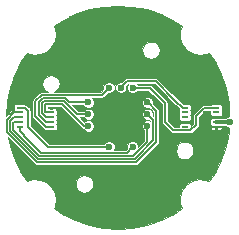
<source format=gtl>
G04 #@! TF.GenerationSoftware,KiCad,Pcbnew,5.0.2-bee76a0~70~ubuntu18.04.1*
G04 #@! TF.CreationDate,2019-08-12T15:33:48+02:00*
G04 #@! TF.ProjectId,upper_Sensor,75707065-725f-4536-956e-736f722e6b69,rev?*
G04 #@! TF.SameCoordinates,Original*
G04 #@! TF.FileFunction,Copper,L1,Top*
G04 #@! TF.FilePolarity,Positive*
%FSLAX46Y46*%
G04 Gerber Fmt 4.6, Leading zero omitted, Abs format (unit mm)*
G04 Created by KiCad (PCBNEW 5.0.2-bee76a0~70~ubuntu18.04.1) date Mo 12 Aug 2019 15:33:48 CEST*
%MOMM*%
%LPD*%
G01*
G04 APERTURE LIST*
G04 #@! TA.AperFunction,SMDPad,CuDef*
%ADD10R,0.630000X0.230000*%
G04 #@! TD*
G04 #@! TA.AperFunction,ViaPad*
%ADD11C,0.600000*%
G04 #@! TD*
G04 #@! TA.AperFunction,Conductor*
%ADD12C,0.130000*%
G04 #@! TD*
G04 #@! TA.AperFunction,Conductor*
%ADD13C,0.300000*%
G04 #@! TD*
G04 #@! TA.AperFunction,Conductor*
%ADD14C,0.100000*%
G04 #@! TD*
G04 APERTURE END LIST*
D10*
G04 #@! TO.P,J12,10*
G04 #@! TO.N,GNDD*
X104325000Y-79200000D03*
G04 #@! TO.P,J12,9*
G04 #@! TO.N,N/C*
X101675000Y-79200000D03*
G04 #@! TO.P,J12,8*
G04 #@! TO.N,REFFET1_D2*
X104325000Y-79600000D03*
G04 #@! TO.P,J12,7*
G04 #@! TO.N,ISFET1_D4*
X101675000Y-79600000D03*
G04 #@! TO.P,J12,6*
G04 #@! TO.N,REFFET1_D3*
X104325000Y-80000000D03*
G04 #@! TO.P,J12,5*
G04 #@! TO.N,ISFET1_D3*
X101675000Y-80000000D03*
G04 #@! TO.P,J12,4*
G04 #@! TO.N,REFFET1_D4*
X104325000Y-80400000D03*
G04 #@! TO.P,J12,3*
G04 #@! TO.N,ISFET1_D2*
X101675000Y-80400000D03*
G04 #@! TO.P,J12,2*
G04 #@! TO.N,N/C*
X104325000Y-80800000D03*
G04 #@! TO.P,J12,1*
G04 #@! TO.N,ISFET1_D1*
X101675000Y-80800000D03*
G04 #@! TD*
G04 #@! TO.P,J11,10*
G04 #@! TO.N,O2_ELEC1*
X118325000Y-79200000D03*
G04 #@! TO.P,J11,9*
G04 #@! TO.N,ELEC1*
X115675000Y-79200000D03*
G04 #@! TO.P,J11,8*
G04 #@! TO.N,Net-(J11-Pad8)*
X118325000Y-79600000D03*
G04 #@! TO.P,J11,7*
G04 #@! TO.N,Net-(J11-Pad7)*
X115675000Y-79600000D03*
G04 #@! TO.P,J11,6*
G04 #@! TO.N,GNDD*
X118325000Y-80000000D03*
G04 #@! TO.P,J11,5*
G04 #@! TO.N,Net-(J11-Pad5)*
X115675000Y-80000000D03*
G04 #@! TO.P,J11,4*
G04 #@! TO.N,RF_ANT*
X118325000Y-80400000D03*
G04 #@! TO.P,J11,3*
G04 #@! TO.N,GNDD*
X115675000Y-80400000D03*
G04 #@! TO.P,J11,2*
X118325000Y-80800000D03*
G04 #@! TO.P,J11,1*
G04 #@! TO.N,Net-(J11-Pad1)*
X115675000Y-80800000D03*
G04 #@! TD*
D11*
G04 #@! TO.N,*
X109250000Y-77500000D03*
X109250000Y-82500000D03*
G04 #@! TO.N,GNDD*
X110797475Y-89115181D03*
X111588881Y-89010990D03*
X112368194Y-88838220D03*
X113129484Y-88598186D03*
X114575000Y-87924131D03*
X113866957Y-88292715D03*
X117924130Y-84574999D03*
X118292714Y-83866956D03*
X118598185Y-83129483D03*
X118598183Y-76870516D03*
X118292712Y-76133044D03*
X117924128Y-75425001D03*
X118838217Y-77631806D03*
X119010987Y-78411119D03*
X114574998Y-72075871D03*
X112368193Y-71161782D03*
X111588880Y-70989012D03*
X113129483Y-71401816D03*
X113866955Y-71707287D03*
X110797474Y-70884822D03*
X108411119Y-70989014D03*
X107631806Y-71161784D03*
X109202524Y-70884823D03*
X109999999Y-70850004D03*
X106870516Y-71401818D03*
X105425002Y-72075873D03*
X106133044Y-71707289D03*
X102075872Y-75425003D03*
X101707288Y-76133046D03*
X102075875Y-84574997D03*
X101401820Y-83129483D03*
X101707291Y-83866955D03*
X105425005Y-87924127D03*
X106133047Y-88292710D03*
X106870519Y-88598181D03*
X107631808Y-88838215D03*
X108411121Y-89010984D03*
X109202526Y-89115174D03*
X118838219Y-82368193D03*
X119010989Y-81588880D03*
X119115178Y-79202524D03*
X101401817Y-76870518D03*
X101161783Y-77631808D03*
X100989014Y-78411121D03*
X100884824Y-79202526D03*
X110000000Y-89150000D03*
X118300000Y-81400000D03*
X117500000Y-80400000D03*
X117500000Y-80400000D03*
X117500000Y-80400000D03*
X117500000Y-81100000D03*
X118200000Y-78600000D03*
X116500000Y-79100000D03*
X114800000Y-80500000D03*
X105100000Y-79600000D03*
X106300000Y-80700000D03*
X117500025Y-79700025D03*
G04 #@! TO.N,REFFET1_D2*
X107500000Y-80750000D03*
G04 #@! TO.N,REFFET1_D3*
X107500000Y-79750000D03*
G04 #@! TO.N,REFFET1_D4*
X107500000Y-78750000D03*
G04 #@! TO.N,ISFET1_D4*
X112500000Y-78750000D03*
G04 #@! TO.N,ISFET1_D3*
X112500000Y-79750000D03*
G04 #@! TO.N,ISFET1_D2*
X112500000Y-80750000D03*
G04 #@! TO.N,ISFET1_D1*
X111250000Y-82500000D03*
G04 #@! TO.N,ELEC1*
X110250000Y-77500000D03*
G04 #@! TO.N,RF_ANT*
X119491760Y-80403700D03*
G04 #@! TO.N,O2_ELEC1*
X111250000Y-77500000D03*
G04 #@! TD*
D12*
G04 #@! TO.N,*
X104046980Y-82490000D02*
X109320000Y-82490000D01*
X102369620Y-80812640D02*
X104046980Y-82490000D01*
X102369620Y-79449620D02*
X102369620Y-80812640D01*
X101675000Y-79200000D02*
X102120000Y-79200000D01*
X102120000Y-79200000D02*
X102369620Y-79449620D01*
X103553180Y-78100000D02*
X108660000Y-78100000D01*
X103880000Y-80800000D02*
X102999540Y-79919540D01*
X108660000Y-78100000D02*
X109260000Y-77500000D01*
X104325000Y-80800000D02*
X103880000Y-80800000D01*
X102999540Y-78653640D02*
X103553180Y-78100000D01*
X102999540Y-79919540D02*
X102999540Y-78653640D01*
G04 #@! TO.N,REFFET1_D2*
X103866311Y-78889999D02*
X105303459Y-78889999D01*
X103880000Y-79600000D02*
X103814999Y-79534999D01*
X105303459Y-78889999D02*
X107173460Y-80760000D01*
X103814999Y-79534999D02*
X103814999Y-78941311D01*
X103814999Y-78941311D02*
X103866311Y-78889999D01*
X107520000Y-80760000D02*
X107530000Y-80770000D01*
X107173460Y-80760000D02*
X107520000Y-80760000D01*
X104325000Y-79600000D02*
X103880000Y-79600000D01*
G04 #@! TO.N,REFFET1_D3*
X103554988Y-79674988D02*
X103554988Y-78833612D01*
X103554988Y-78833612D02*
X103758612Y-78629988D01*
X106531168Y-79750000D02*
X107590000Y-79750000D01*
X105411156Y-78629988D02*
X106531168Y-79750000D01*
X103758612Y-78629988D02*
X105411156Y-78629988D01*
X104325000Y-80000000D02*
X103880000Y-80000000D01*
X103880000Y-80000000D02*
X103554988Y-79674988D01*
G04 #@! TO.N,REFFET1_D4*
X107490000Y-78750000D02*
X107520000Y-78720000D01*
X105898878Y-78750000D02*
X107490000Y-78750000D01*
X104325000Y-80400000D02*
X103880000Y-80400000D01*
X103880000Y-80400000D02*
X103294977Y-79814977D01*
X105518855Y-78369977D02*
X105898878Y-78750000D01*
X103294977Y-78725913D02*
X103650913Y-78369977D01*
X103650913Y-78369977D02*
X105518855Y-78369977D01*
X103294977Y-79814977D02*
X103294977Y-78725913D01*
G04 #@! TO.N,ISFET1_D4*
X100623710Y-80206290D02*
X100623710Y-81265779D01*
X100623710Y-81265779D02*
X103147951Y-83790020D01*
X103147951Y-83790020D02*
X111535401Y-83790020D01*
X111687711Y-83637709D02*
X113255012Y-82070407D01*
X101230000Y-79600000D02*
X100623710Y-80206290D01*
X113255011Y-79465011D02*
X112520000Y-78730000D01*
X113255012Y-82070407D02*
X113255011Y-79465011D01*
X101675000Y-79600000D02*
X101230000Y-79600000D01*
X111535401Y-83790020D02*
X111687711Y-83637709D01*
G04 #@! TO.N,ISFET1_D3*
X100883721Y-81157431D02*
X103256301Y-83530011D01*
X101675000Y-80000000D02*
X101230000Y-80000000D01*
X112995001Y-81962707D02*
X112995001Y-80205001D01*
X101230000Y-80000000D02*
X100883721Y-80346279D01*
X111580011Y-83377699D02*
X112995001Y-81962707D01*
X111427700Y-83530011D02*
X111580011Y-83377699D01*
X112995001Y-80205001D02*
X112500000Y-79710000D01*
X103256301Y-83530011D02*
X111427700Y-83530011D01*
X100883721Y-80346279D02*
X100883721Y-81157431D01*
G04 #@! TO.N,ISFET1_D2*
X112490000Y-82100000D02*
X112490000Y-80790000D01*
X101230000Y-80400000D02*
X101150420Y-80479580D01*
X101150420Y-81056422D02*
X103363998Y-83270000D01*
X101675000Y-80400000D02*
X101230000Y-80400000D01*
X101150420Y-80479580D02*
X101150420Y-81056422D01*
X103363998Y-83270000D02*
X111320000Y-83270000D01*
X111320000Y-83270000D02*
X112490000Y-82100000D01*
G04 #@! TO.N,ISFET1_D1*
X101675000Y-80800000D02*
X101675000Y-81187360D01*
X101675000Y-81187360D02*
X102034340Y-81546700D01*
X102034340Y-81546700D02*
X102034340Y-81572634D01*
X103456707Y-82995001D02*
X110754999Y-82995001D01*
X102034340Y-81572634D02*
X103456707Y-82995001D01*
X110754999Y-82995001D02*
X111240000Y-82510000D01*
G04 #@! TO.N,ELEC1*
X115675000Y-79200000D02*
X115475000Y-79200000D01*
X115475000Y-79200000D02*
X114867680Y-78592680D01*
X113245000Y-76970000D02*
X110740000Y-76970000D01*
X114867680Y-78592680D02*
X113245000Y-76970000D01*
X110740000Y-76970000D02*
X110230000Y-77480000D01*
D13*
G04 #@! TO.N,RF_ANT*
X118325000Y-80400000D02*
X119488060Y-80400000D01*
X119488060Y-80400000D02*
X119491760Y-80403700D01*
D12*
G04 #@! TO.N,O2_ELEC1*
X112690000Y-77500000D02*
X111280000Y-77500000D01*
X113960000Y-78770000D02*
X112690000Y-77500000D01*
X113960000Y-80392602D02*
X113960000Y-78770000D01*
X117300000Y-79200000D02*
X116600000Y-79900000D01*
X118325000Y-79200000D02*
X117300000Y-79200000D01*
X116600000Y-79900000D02*
X116600000Y-80656002D01*
X116600000Y-80656002D02*
X116146001Y-81110001D01*
X116146001Y-81110001D02*
X114677399Y-81110001D01*
X114677399Y-81110001D02*
X113960000Y-80392602D01*
G04 #@! TD*
D14*
G04 #@! TO.N,GNDD*
G36*
X111233460Y-70630953D02*
X112445808Y-70872104D01*
X113616320Y-71269438D01*
X114724952Y-71816156D01*
X115424441Y-72283539D01*
X115276484Y-72727022D01*
X115280984Y-73300016D01*
X115470845Y-73840660D01*
X115825593Y-74290656D01*
X116306977Y-74601482D01*
X116863089Y-74739621D01*
X117433964Y-74690178D01*
X117711163Y-74567630D01*
X118183844Y-75275048D01*
X118730562Y-76383680D01*
X119127896Y-77554192D01*
X119369047Y-78766540D01*
X119444892Y-79923700D01*
X119396282Y-79923700D01*
X119219862Y-79996775D01*
X119146637Y-80070000D01*
X118765000Y-80070000D01*
X118752500Y-80057500D01*
X118425000Y-80057500D01*
X118425000Y-80070000D01*
X118292498Y-80070000D01*
X118225000Y-80083426D01*
X118225000Y-80057500D01*
X117897500Y-80057500D01*
X117860000Y-80095000D01*
X117860000Y-80144837D01*
X117870398Y-80169940D01*
X117840444Y-80214768D01*
X117826474Y-80285000D01*
X117826474Y-80515000D01*
X117840444Y-80585232D01*
X117870398Y-80630060D01*
X117860000Y-80655163D01*
X117860000Y-80705000D01*
X117897500Y-80742500D01*
X118225000Y-80742500D01*
X118225000Y-80716574D01*
X118292498Y-80730000D01*
X118425000Y-80730000D01*
X118425000Y-80742500D01*
X118752500Y-80742500D01*
X118765000Y-80730000D01*
X119139237Y-80730000D01*
X119219862Y-80810625D01*
X119392086Y-80881962D01*
X119369047Y-81233460D01*
X119127896Y-82445808D01*
X118730562Y-83616320D01*
X118183844Y-84724952D01*
X117711430Y-85431970D01*
X117407362Y-85303214D01*
X116835781Y-85262744D01*
X116281907Y-85409601D01*
X115805465Y-85727950D01*
X115457829Y-86183462D01*
X115276484Y-86727022D01*
X115280984Y-87300016D01*
X115426699Y-87714952D01*
X114724952Y-88183844D01*
X113616320Y-88730562D01*
X112445808Y-89127896D01*
X111233460Y-89369047D01*
X110000000Y-89449893D01*
X108766540Y-89369047D01*
X107554192Y-89127896D01*
X106383680Y-88730562D01*
X105275048Y-88183844D01*
X104570975Y-87713398D01*
X104650919Y-87565236D01*
X104745000Y-87000000D01*
X104744785Y-86972591D01*
X104641837Y-86408902D01*
X104361851Y-85908952D01*
X104080390Y-85656854D01*
X106426572Y-85656854D01*
X106483282Y-85941954D01*
X106644778Y-86183649D01*
X106886473Y-86345145D01*
X107171573Y-86401855D01*
X107456673Y-86345145D01*
X107698368Y-86183649D01*
X107859864Y-85941954D01*
X107916574Y-85656854D01*
X107859864Y-85371754D01*
X107698368Y-85130059D01*
X107456673Y-84968563D01*
X107171573Y-84911853D01*
X106886473Y-84968563D01*
X106644778Y-85130059D01*
X106483282Y-85371754D01*
X106426572Y-85656854D01*
X104080390Y-85656854D01*
X103935018Y-85526648D01*
X103407362Y-85303214D01*
X102835781Y-85262744D01*
X102281907Y-85409601D01*
X102276180Y-85413428D01*
X101816156Y-84724952D01*
X101269438Y-83616320D01*
X100872104Y-82445808D01*
X100726809Y-81715359D01*
X102957648Y-83946199D01*
X102971316Y-83966655D01*
X103051859Y-84020471D01*
X103052357Y-84020804D01*
X103147951Y-84039819D01*
X103172077Y-84035020D01*
X111511275Y-84035020D01*
X111535401Y-84039819D01*
X111559526Y-84035020D01*
X111559527Y-84035020D01*
X111630995Y-84020804D01*
X111712036Y-83966655D01*
X111725705Y-83946198D01*
X111878012Y-83793889D01*
X112843474Y-82828427D01*
X114911853Y-82828427D01*
X114968563Y-83113527D01*
X115130059Y-83355222D01*
X115371754Y-83516718D01*
X115656854Y-83573428D01*
X115941954Y-83516718D01*
X116183649Y-83355222D01*
X116345145Y-83113527D01*
X116401855Y-82828427D01*
X116345145Y-82543327D01*
X116183649Y-82301632D01*
X115941954Y-82140136D01*
X115656854Y-82083426D01*
X115371754Y-82140136D01*
X115130059Y-82301632D01*
X114968563Y-82543327D01*
X114911853Y-82828427D01*
X112843474Y-82828427D01*
X113411194Y-82260707D01*
X113431647Y-82247041D01*
X113466023Y-82195593D01*
X113485796Y-82166001D01*
X113504811Y-82070407D01*
X113500012Y-82046281D01*
X113500010Y-79489142D01*
X113504810Y-79465011D01*
X113485795Y-79369417D01*
X113445312Y-79308829D01*
X113445309Y-79308826D01*
X113431645Y-79288376D01*
X113411195Y-79274712D01*
X112980000Y-78843518D01*
X112980000Y-78654522D01*
X112906925Y-78478102D01*
X112771898Y-78343075D01*
X112595478Y-78270000D01*
X112404522Y-78270000D01*
X112228102Y-78343075D01*
X112093075Y-78478102D01*
X112020000Y-78654522D01*
X112020000Y-78845478D01*
X112093075Y-79021898D01*
X112228102Y-79156925D01*
X112404522Y-79230000D01*
X112595478Y-79230000D01*
X112650661Y-79207143D01*
X113010011Y-79566494D01*
X113010011Y-79873530D01*
X112980000Y-79843518D01*
X112980000Y-79654522D01*
X112906925Y-79478102D01*
X112771898Y-79343075D01*
X112595478Y-79270000D01*
X112404522Y-79270000D01*
X112228102Y-79343075D01*
X112093075Y-79478102D01*
X112020000Y-79654522D01*
X112020000Y-79845478D01*
X112093075Y-80021898D01*
X112228102Y-80156925D01*
X112404522Y-80230000D01*
X112595478Y-80230000D01*
X112650661Y-80207143D01*
X112750002Y-80306484D01*
X112750002Y-80334005D01*
X112595478Y-80270000D01*
X112404522Y-80270000D01*
X112228102Y-80343075D01*
X112093075Y-80478102D01*
X112020000Y-80654522D01*
X112020000Y-80845478D01*
X112093075Y-81021898D01*
X112228102Y-81156925D01*
X112245001Y-81163925D01*
X112245000Y-81998518D01*
X111730000Y-82513519D01*
X111730000Y-82404522D01*
X111656925Y-82228102D01*
X111521898Y-82093075D01*
X111345478Y-82020000D01*
X111154522Y-82020000D01*
X110978102Y-82093075D01*
X110843075Y-82228102D01*
X110770000Y-82404522D01*
X110770000Y-82595478D01*
X110781142Y-82622377D01*
X110653518Y-82750001D01*
X109665995Y-82750001D01*
X109730000Y-82595478D01*
X109730000Y-82404522D01*
X109656925Y-82228102D01*
X109521898Y-82093075D01*
X109345478Y-82020000D01*
X109154522Y-82020000D01*
X108978102Y-82093075D01*
X108843075Y-82228102D01*
X108836076Y-82245000D01*
X104148462Y-82245000D01*
X102614620Y-80711159D01*
X102614620Y-79473746D01*
X102619419Y-79449620D01*
X102600404Y-79354026D01*
X102593087Y-79343075D01*
X102546255Y-79272985D01*
X102525799Y-79259317D01*
X102310305Y-79043824D01*
X102296635Y-79023365D01*
X102215594Y-78969216D01*
X102144126Y-78955000D01*
X102120000Y-78950201D01*
X102114027Y-78951389D01*
X102060232Y-78915444D01*
X101990000Y-78901474D01*
X101360000Y-78901474D01*
X101289768Y-78915444D01*
X101230228Y-78955228D01*
X101190444Y-79014768D01*
X101176474Y-79085000D01*
X101176474Y-79315000D01*
X101185247Y-79359103D01*
X101134406Y-79369216D01*
X101053365Y-79423365D01*
X101039699Y-79443818D01*
X100554778Y-79928741D01*
X100630953Y-78766540D01*
X100653410Y-78653640D01*
X102749741Y-78653640D01*
X102754541Y-78677771D01*
X102754540Y-79895414D01*
X102749741Y-79919540D01*
X102754540Y-79943665D01*
X102768756Y-80015133D01*
X102822905Y-80096175D01*
X102843364Y-80109845D01*
X103689697Y-80956179D01*
X103703365Y-80976635D01*
X103784406Y-81030784D01*
X103855874Y-81045000D01*
X103879999Y-81049799D01*
X103885973Y-81048611D01*
X103939768Y-81084556D01*
X104010000Y-81098526D01*
X104640000Y-81098526D01*
X104710232Y-81084556D01*
X104769772Y-81044772D01*
X104809556Y-80985232D01*
X104823526Y-80915000D01*
X104823526Y-80685000D01*
X104809556Y-80614768D01*
X104799688Y-80600000D01*
X104809556Y-80585232D01*
X104823526Y-80515000D01*
X104823526Y-80285000D01*
X104809556Y-80214768D01*
X104799688Y-80200000D01*
X104809556Y-80185232D01*
X104823526Y-80115000D01*
X104823526Y-79885000D01*
X104809556Y-79814768D01*
X104799688Y-79800000D01*
X104809556Y-79785232D01*
X104823526Y-79715000D01*
X104823526Y-79485000D01*
X104809556Y-79414768D01*
X104779602Y-79369940D01*
X104790000Y-79344837D01*
X104790000Y-79295000D01*
X104752500Y-79257500D01*
X104425000Y-79257500D01*
X104425000Y-79301474D01*
X104225000Y-79301474D01*
X104225000Y-79257500D01*
X104205000Y-79257500D01*
X104205000Y-79142500D01*
X104225000Y-79142500D01*
X104225000Y-79134999D01*
X104425000Y-79134999D01*
X104425000Y-79142500D01*
X104752500Y-79142500D01*
X104760001Y-79134999D01*
X105201978Y-79134999D01*
X106983157Y-80916179D01*
X106996825Y-80936635D01*
X107069557Y-80985232D01*
X107077866Y-80990784D01*
X107080396Y-80991287D01*
X107093075Y-81021898D01*
X107228102Y-81156925D01*
X107404522Y-81230000D01*
X107595478Y-81230000D01*
X107771898Y-81156925D01*
X107906925Y-81021898D01*
X107980000Y-80845478D01*
X107980000Y-80654522D01*
X107906925Y-80478102D01*
X107771898Y-80343075D01*
X107595478Y-80270000D01*
X107404522Y-80270000D01*
X107228102Y-80343075D01*
X107165559Y-80405618D01*
X106754942Y-79995000D01*
X107081934Y-79995000D01*
X107093075Y-80021898D01*
X107228102Y-80156925D01*
X107404522Y-80230000D01*
X107595478Y-80230000D01*
X107771898Y-80156925D01*
X107906925Y-80021898D01*
X107980000Y-79845478D01*
X107980000Y-79654522D01*
X107906925Y-79478102D01*
X107771898Y-79343075D01*
X107595478Y-79270000D01*
X107404522Y-79270000D01*
X107228102Y-79343075D01*
X107093075Y-79478102D01*
X107081934Y-79505000D01*
X106632650Y-79505000D01*
X106122649Y-78995000D01*
X107081934Y-78995000D01*
X107093075Y-79021898D01*
X107228102Y-79156925D01*
X107404522Y-79230000D01*
X107595478Y-79230000D01*
X107771898Y-79156925D01*
X107906925Y-79021898D01*
X107980000Y-78845478D01*
X107980000Y-78654522D01*
X107906925Y-78478102D01*
X107773823Y-78345000D01*
X108635874Y-78345000D01*
X108660000Y-78349799D01*
X108684126Y-78345000D01*
X108755594Y-78330784D01*
X108836635Y-78276635D01*
X108850305Y-78256176D01*
X109134694Y-77971787D01*
X109154522Y-77980000D01*
X109345478Y-77980000D01*
X109521898Y-77906925D01*
X109656925Y-77771898D01*
X109730000Y-77595478D01*
X109730000Y-77404522D01*
X109770000Y-77404522D01*
X109770000Y-77595478D01*
X109843075Y-77771898D01*
X109978102Y-77906925D01*
X110154522Y-77980000D01*
X110345478Y-77980000D01*
X110521898Y-77906925D01*
X110656925Y-77771898D01*
X110730000Y-77595478D01*
X110730000Y-77404522D01*
X110707143Y-77349339D01*
X110841482Y-77215000D01*
X110856177Y-77215000D01*
X110843075Y-77228102D01*
X110770000Y-77404522D01*
X110770000Y-77595478D01*
X110843075Y-77771898D01*
X110978102Y-77906925D01*
X111154522Y-77980000D01*
X111345478Y-77980000D01*
X111521898Y-77906925D01*
X111656925Y-77771898D01*
X111668066Y-77745000D01*
X112588519Y-77745000D01*
X113715001Y-78871483D01*
X113715000Y-80368476D01*
X113710201Y-80392602D01*
X113722781Y-80455845D01*
X113729216Y-80488195D01*
X113783365Y-80569237D01*
X113803824Y-80582907D01*
X114487096Y-81266180D01*
X114500764Y-81286636D01*
X114581805Y-81340785D01*
X114653273Y-81355001D01*
X114677398Y-81359800D01*
X114701523Y-81355001D01*
X116121875Y-81355001D01*
X116146001Y-81359800D01*
X116170127Y-81355001D01*
X116241595Y-81340785D01*
X116322636Y-81286636D01*
X116336306Y-81266177D01*
X116707483Y-80895000D01*
X117860000Y-80895000D01*
X117860000Y-80944837D01*
X117882836Y-80999968D01*
X117925032Y-81042164D01*
X117980163Y-81065000D01*
X118187500Y-81065000D01*
X118225000Y-81027500D01*
X118225000Y-80857500D01*
X118425000Y-80857500D01*
X118425000Y-81027500D01*
X118462500Y-81065000D01*
X118669837Y-81065000D01*
X118724968Y-81042164D01*
X118767164Y-80999968D01*
X118790000Y-80944837D01*
X118790000Y-80895000D01*
X118752500Y-80857500D01*
X118425000Y-80857500D01*
X118225000Y-80857500D01*
X117897500Y-80857500D01*
X117860000Y-80895000D01*
X116707483Y-80895000D01*
X116756181Y-80846303D01*
X116776635Y-80832637D01*
X116830784Y-80751596D01*
X116845000Y-80680128D01*
X116849799Y-80656002D01*
X116845000Y-80631876D01*
X116845000Y-80001481D01*
X117401482Y-79445000D01*
X117834430Y-79445000D01*
X117826474Y-79485000D01*
X117826474Y-79715000D01*
X117840444Y-79785232D01*
X117870398Y-79830060D01*
X117860000Y-79855163D01*
X117860000Y-79905000D01*
X117897500Y-79942500D01*
X118225000Y-79942500D01*
X118225000Y-79898526D01*
X118425000Y-79898526D01*
X118425000Y-79942500D01*
X118752500Y-79942500D01*
X118790000Y-79905000D01*
X118790000Y-79855163D01*
X118779602Y-79830060D01*
X118809556Y-79785232D01*
X118823526Y-79715000D01*
X118823526Y-79485000D01*
X118809556Y-79414768D01*
X118799688Y-79400000D01*
X118809556Y-79385232D01*
X118823526Y-79315000D01*
X118823526Y-79085000D01*
X118809556Y-79014768D01*
X118769772Y-78955228D01*
X118710232Y-78915444D01*
X118640000Y-78901474D01*
X118010000Y-78901474D01*
X117939768Y-78915444D01*
X117880569Y-78955000D01*
X117324124Y-78955000D01*
X117299999Y-78950201D01*
X117275874Y-78955000D01*
X117204406Y-78969216D01*
X117123365Y-79023365D01*
X117109697Y-79043821D01*
X116443824Y-79709695D01*
X116423365Y-79723365D01*
X116382635Y-79784324D01*
X116369216Y-79804407D01*
X116350201Y-79900000D01*
X116355000Y-79924126D01*
X116355001Y-80554519D01*
X116173526Y-80735994D01*
X116173526Y-80685000D01*
X116159556Y-80614768D01*
X116129602Y-80569940D01*
X116140000Y-80544837D01*
X116140000Y-80495000D01*
X116102500Y-80457500D01*
X115775000Y-80457500D01*
X115775000Y-80501474D01*
X115575000Y-80501474D01*
X115575000Y-80457500D01*
X115247500Y-80457500D01*
X115210000Y-80495000D01*
X115210000Y-80544837D01*
X115220398Y-80569940D01*
X115190444Y-80614768D01*
X115176474Y-80685000D01*
X115176474Y-80865001D01*
X114778881Y-80865001D01*
X114205000Y-80291121D01*
X114205000Y-78794124D01*
X114209799Y-78769999D01*
X114204081Y-78741255D01*
X114190784Y-78674406D01*
X114136635Y-78593365D01*
X114116179Y-78579697D01*
X112880305Y-77343824D01*
X112866635Y-77323365D01*
X112785594Y-77269216D01*
X112714126Y-77255000D01*
X112690000Y-77250201D01*
X112665874Y-77255000D01*
X111668066Y-77255000D01*
X111656925Y-77228102D01*
X111643823Y-77215000D01*
X113143519Y-77215000D01*
X114711498Y-78782980D01*
X114711501Y-78782982D01*
X115176474Y-79247956D01*
X115176474Y-79315000D01*
X115190444Y-79385232D01*
X115200312Y-79400000D01*
X115190444Y-79414768D01*
X115176474Y-79485000D01*
X115176474Y-79715000D01*
X115190444Y-79785232D01*
X115200312Y-79800000D01*
X115190444Y-79814768D01*
X115176474Y-79885000D01*
X115176474Y-80115000D01*
X115190444Y-80185232D01*
X115220398Y-80230060D01*
X115210000Y-80255163D01*
X115210000Y-80305000D01*
X115247500Y-80342500D01*
X115575000Y-80342500D01*
X115575000Y-80298526D01*
X115775000Y-80298526D01*
X115775000Y-80342500D01*
X116102500Y-80342500D01*
X116140000Y-80305000D01*
X116140000Y-80255163D01*
X116129602Y-80230060D01*
X116159556Y-80185232D01*
X116173526Y-80115000D01*
X116173526Y-79885000D01*
X116159556Y-79814768D01*
X116149688Y-79800000D01*
X116159556Y-79785232D01*
X116173526Y-79715000D01*
X116173526Y-79485000D01*
X116159556Y-79414768D01*
X116149688Y-79400000D01*
X116159556Y-79385232D01*
X116173526Y-79315000D01*
X116173526Y-79085000D01*
X116159556Y-79014768D01*
X116119772Y-78955228D01*
X116060232Y-78915444D01*
X115990000Y-78901474D01*
X115522956Y-78901474D01*
X115057982Y-78436501D01*
X115057980Y-78436498D01*
X113435305Y-76813824D01*
X113421635Y-76793365D01*
X113340594Y-76739216D01*
X113269126Y-76725000D01*
X113245000Y-76720201D01*
X113220874Y-76725000D01*
X110764126Y-76725000D01*
X110740000Y-76720201D01*
X110715874Y-76725000D01*
X110644406Y-76739216D01*
X110563365Y-76793365D01*
X110549697Y-76813821D01*
X110343518Y-77020000D01*
X110154522Y-77020000D01*
X109978102Y-77093075D01*
X109843075Y-77228102D01*
X109770000Y-77404522D01*
X109730000Y-77404522D01*
X109656925Y-77228102D01*
X109521898Y-77093075D01*
X109345478Y-77020000D01*
X109154522Y-77020000D01*
X108978102Y-77093075D01*
X108843075Y-77228102D01*
X108770000Y-77404522D01*
X108770000Y-77595478D01*
X108784071Y-77629448D01*
X108558519Y-77855000D01*
X104635525Y-77855000D01*
X104869941Y-77698368D01*
X105031437Y-77456673D01*
X105088147Y-77171573D01*
X105031437Y-76886473D01*
X104869941Y-76644778D01*
X104628246Y-76483282D01*
X104343146Y-76426572D01*
X104058046Y-76483282D01*
X103816351Y-76644778D01*
X103654855Y-76886473D01*
X103598145Y-77171573D01*
X103654855Y-77456673D01*
X103816351Y-77698368D01*
X104050767Y-77855000D01*
X103577304Y-77855000D01*
X103553179Y-77850201D01*
X103529055Y-77855000D01*
X103529054Y-77855000D01*
X103457586Y-77869216D01*
X103376545Y-77923365D01*
X103362877Y-77943821D01*
X102843362Y-78463337D01*
X102822906Y-78477005D01*
X102794702Y-78519216D01*
X102768756Y-78558047D01*
X102749741Y-78653640D01*
X100653410Y-78653640D01*
X100872104Y-77554192D01*
X101269438Y-76383680D01*
X101816156Y-75275048D01*
X102278503Y-74583096D01*
X102306977Y-74601482D01*
X102863089Y-74739621D01*
X103433964Y-74690178D01*
X103958045Y-74458484D01*
X104082816Y-74343146D01*
X112083426Y-74343146D01*
X112140136Y-74628246D01*
X112301632Y-74869941D01*
X112543327Y-75031437D01*
X112828427Y-75088147D01*
X113113527Y-75031437D01*
X113355222Y-74869941D01*
X113516718Y-74628246D01*
X113573428Y-74343146D01*
X113516718Y-74058046D01*
X113355222Y-73816351D01*
X113113527Y-73654855D01*
X112828427Y-73598145D01*
X112543327Y-73654855D01*
X112301632Y-73816351D01*
X112140136Y-74058046D01*
X112083426Y-74343146D01*
X104082816Y-74343146D01*
X104378820Y-74069523D01*
X104650919Y-73565236D01*
X104745000Y-73000000D01*
X104744785Y-72972591D01*
X104641837Y-72408902D01*
X104572700Y-72285449D01*
X105275048Y-71816156D01*
X106383680Y-71269438D01*
X107554192Y-70872104D01*
X108766540Y-70630953D01*
X110000000Y-70550107D01*
X111233460Y-70630953D01*
X111233460Y-70630953D01*
G37*
X111233460Y-70630953D02*
X112445808Y-70872104D01*
X113616320Y-71269438D01*
X114724952Y-71816156D01*
X115424441Y-72283539D01*
X115276484Y-72727022D01*
X115280984Y-73300016D01*
X115470845Y-73840660D01*
X115825593Y-74290656D01*
X116306977Y-74601482D01*
X116863089Y-74739621D01*
X117433964Y-74690178D01*
X117711163Y-74567630D01*
X118183844Y-75275048D01*
X118730562Y-76383680D01*
X119127896Y-77554192D01*
X119369047Y-78766540D01*
X119444892Y-79923700D01*
X119396282Y-79923700D01*
X119219862Y-79996775D01*
X119146637Y-80070000D01*
X118765000Y-80070000D01*
X118752500Y-80057500D01*
X118425000Y-80057500D01*
X118425000Y-80070000D01*
X118292498Y-80070000D01*
X118225000Y-80083426D01*
X118225000Y-80057500D01*
X117897500Y-80057500D01*
X117860000Y-80095000D01*
X117860000Y-80144837D01*
X117870398Y-80169940D01*
X117840444Y-80214768D01*
X117826474Y-80285000D01*
X117826474Y-80515000D01*
X117840444Y-80585232D01*
X117870398Y-80630060D01*
X117860000Y-80655163D01*
X117860000Y-80705000D01*
X117897500Y-80742500D01*
X118225000Y-80742500D01*
X118225000Y-80716574D01*
X118292498Y-80730000D01*
X118425000Y-80730000D01*
X118425000Y-80742500D01*
X118752500Y-80742500D01*
X118765000Y-80730000D01*
X119139237Y-80730000D01*
X119219862Y-80810625D01*
X119392086Y-80881962D01*
X119369047Y-81233460D01*
X119127896Y-82445808D01*
X118730562Y-83616320D01*
X118183844Y-84724952D01*
X117711430Y-85431970D01*
X117407362Y-85303214D01*
X116835781Y-85262744D01*
X116281907Y-85409601D01*
X115805465Y-85727950D01*
X115457829Y-86183462D01*
X115276484Y-86727022D01*
X115280984Y-87300016D01*
X115426699Y-87714952D01*
X114724952Y-88183844D01*
X113616320Y-88730562D01*
X112445808Y-89127896D01*
X111233460Y-89369047D01*
X110000000Y-89449893D01*
X108766540Y-89369047D01*
X107554192Y-89127896D01*
X106383680Y-88730562D01*
X105275048Y-88183844D01*
X104570975Y-87713398D01*
X104650919Y-87565236D01*
X104745000Y-87000000D01*
X104744785Y-86972591D01*
X104641837Y-86408902D01*
X104361851Y-85908952D01*
X104080390Y-85656854D01*
X106426572Y-85656854D01*
X106483282Y-85941954D01*
X106644778Y-86183649D01*
X106886473Y-86345145D01*
X107171573Y-86401855D01*
X107456673Y-86345145D01*
X107698368Y-86183649D01*
X107859864Y-85941954D01*
X107916574Y-85656854D01*
X107859864Y-85371754D01*
X107698368Y-85130059D01*
X107456673Y-84968563D01*
X107171573Y-84911853D01*
X106886473Y-84968563D01*
X106644778Y-85130059D01*
X106483282Y-85371754D01*
X106426572Y-85656854D01*
X104080390Y-85656854D01*
X103935018Y-85526648D01*
X103407362Y-85303214D01*
X102835781Y-85262744D01*
X102281907Y-85409601D01*
X102276180Y-85413428D01*
X101816156Y-84724952D01*
X101269438Y-83616320D01*
X100872104Y-82445808D01*
X100726809Y-81715359D01*
X102957648Y-83946199D01*
X102971316Y-83966655D01*
X103051859Y-84020471D01*
X103052357Y-84020804D01*
X103147951Y-84039819D01*
X103172077Y-84035020D01*
X111511275Y-84035020D01*
X111535401Y-84039819D01*
X111559526Y-84035020D01*
X111559527Y-84035020D01*
X111630995Y-84020804D01*
X111712036Y-83966655D01*
X111725705Y-83946198D01*
X111878012Y-83793889D01*
X112843474Y-82828427D01*
X114911853Y-82828427D01*
X114968563Y-83113527D01*
X115130059Y-83355222D01*
X115371754Y-83516718D01*
X115656854Y-83573428D01*
X115941954Y-83516718D01*
X116183649Y-83355222D01*
X116345145Y-83113527D01*
X116401855Y-82828427D01*
X116345145Y-82543327D01*
X116183649Y-82301632D01*
X115941954Y-82140136D01*
X115656854Y-82083426D01*
X115371754Y-82140136D01*
X115130059Y-82301632D01*
X114968563Y-82543327D01*
X114911853Y-82828427D01*
X112843474Y-82828427D01*
X113411194Y-82260707D01*
X113431647Y-82247041D01*
X113466023Y-82195593D01*
X113485796Y-82166001D01*
X113504811Y-82070407D01*
X113500012Y-82046281D01*
X113500010Y-79489142D01*
X113504810Y-79465011D01*
X113485795Y-79369417D01*
X113445312Y-79308829D01*
X113445309Y-79308826D01*
X113431645Y-79288376D01*
X113411195Y-79274712D01*
X112980000Y-78843518D01*
X112980000Y-78654522D01*
X112906925Y-78478102D01*
X112771898Y-78343075D01*
X112595478Y-78270000D01*
X112404522Y-78270000D01*
X112228102Y-78343075D01*
X112093075Y-78478102D01*
X112020000Y-78654522D01*
X112020000Y-78845478D01*
X112093075Y-79021898D01*
X112228102Y-79156925D01*
X112404522Y-79230000D01*
X112595478Y-79230000D01*
X112650661Y-79207143D01*
X113010011Y-79566494D01*
X113010011Y-79873530D01*
X112980000Y-79843518D01*
X112980000Y-79654522D01*
X112906925Y-79478102D01*
X112771898Y-79343075D01*
X112595478Y-79270000D01*
X112404522Y-79270000D01*
X112228102Y-79343075D01*
X112093075Y-79478102D01*
X112020000Y-79654522D01*
X112020000Y-79845478D01*
X112093075Y-80021898D01*
X112228102Y-80156925D01*
X112404522Y-80230000D01*
X112595478Y-80230000D01*
X112650661Y-80207143D01*
X112750002Y-80306484D01*
X112750002Y-80334005D01*
X112595478Y-80270000D01*
X112404522Y-80270000D01*
X112228102Y-80343075D01*
X112093075Y-80478102D01*
X112020000Y-80654522D01*
X112020000Y-80845478D01*
X112093075Y-81021898D01*
X112228102Y-81156925D01*
X112245001Y-81163925D01*
X112245000Y-81998518D01*
X111730000Y-82513519D01*
X111730000Y-82404522D01*
X111656925Y-82228102D01*
X111521898Y-82093075D01*
X111345478Y-82020000D01*
X111154522Y-82020000D01*
X110978102Y-82093075D01*
X110843075Y-82228102D01*
X110770000Y-82404522D01*
X110770000Y-82595478D01*
X110781142Y-82622377D01*
X110653518Y-82750001D01*
X109665995Y-82750001D01*
X109730000Y-82595478D01*
X109730000Y-82404522D01*
X109656925Y-82228102D01*
X109521898Y-82093075D01*
X109345478Y-82020000D01*
X109154522Y-82020000D01*
X108978102Y-82093075D01*
X108843075Y-82228102D01*
X108836076Y-82245000D01*
X104148462Y-82245000D01*
X102614620Y-80711159D01*
X102614620Y-79473746D01*
X102619419Y-79449620D01*
X102600404Y-79354026D01*
X102593087Y-79343075D01*
X102546255Y-79272985D01*
X102525799Y-79259317D01*
X102310305Y-79043824D01*
X102296635Y-79023365D01*
X102215594Y-78969216D01*
X102144126Y-78955000D01*
X102120000Y-78950201D01*
X102114027Y-78951389D01*
X102060232Y-78915444D01*
X101990000Y-78901474D01*
X101360000Y-78901474D01*
X101289768Y-78915444D01*
X101230228Y-78955228D01*
X101190444Y-79014768D01*
X101176474Y-79085000D01*
X101176474Y-79315000D01*
X101185247Y-79359103D01*
X101134406Y-79369216D01*
X101053365Y-79423365D01*
X101039699Y-79443818D01*
X100554778Y-79928741D01*
X100630953Y-78766540D01*
X100653410Y-78653640D01*
X102749741Y-78653640D01*
X102754541Y-78677771D01*
X102754540Y-79895414D01*
X102749741Y-79919540D01*
X102754540Y-79943665D01*
X102768756Y-80015133D01*
X102822905Y-80096175D01*
X102843364Y-80109845D01*
X103689697Y-80956179D01*
X103703365Y-80976635D01*
X103784406Y-81030784D01*
X103855874Y-81045000D01*
X103879999Y-81049799D01*
X103885973Y-81048611D01*
X103939768Y-81084556D01*
X104010000Y-81098526D01*
X104640000Y-81098526D01*
X104710232Y-81084556D01*
X104769772Y-81044772D01*
X104809556Y-80985232D01*
X104823526Y-80915000D01*
X104823526Y-80685000D01*
X104809556Y-80614768D01*
X104799688Y-80600000D01*
X104809556Y-80585232D01*
X104823526Y-80515000D01*
X104823526Y-80285000D01*
X104809556Y-80214768D01*
X104799688Y-80200000D01*
X104809556Y-80185232D01*
X104823526Y-80115000D01*
X104823526Y-79885000D01*
X104809556Y-79814768D01*
X104799688Y-79800000D01*
X104809556Y-79785232D01*
X104823526Y-79715000D01*
X104823526Y-79485000D01*
X104809556Y-79414768D01*
X104779602Y-79369940D01*
X104790000Y-79344837D01*
X104790000Y-79295000D01*
X104752500Y-79257500D01*
X104425000Y-79257500D01*
X104425000Y-79301474D01*
X104225000Y-79301474D01*
X104225000Y-79257500D01*
X104205000Y-79257500D01*
X104205000Y-79142500D01*
X104225000Y-79142500D01*
X104225000Y-79134999D01*
X104425000Y-79134999D01*
X104425000Y-79142500D01*
X104752500Y-79142500D01*
X104760001Y-79134999D01*
X105201978Y-79134999D01*
X106983157Y-80916179D01*
X106996825Y-80936635D01*
X107069557Y-80985232D01*
X107077866Y-80990784D01*
X107080396Y-80991287D01*
X107093075Y-81021898D01*
X107228102Y-81156925D01*
X107404522Y-81230000D01*
X107595478Y-81230000D01*
X107771898Y-81156925D01*
X107906925Y-81021898D01*
X107980000Y-80845478D01*
X107980000Y-80654522D01*
X107906925Y-80478102D01*
X107771898Y-80343075D01*
X107595478Y-80270000D01*
X107404522Y-80270000D01*
X107228102Y-80343075D01*
X107165559Y-80405618D01*
X106754942Y-79995000D01*
X107081934Y-79995000D01*
X107093075Y-80021898D01*
X107228102Y-80156925D01*
X107404522Y-80230000D01*
X107595478Y-80230000D01*
X107771898Y-80156925D01*
X107906925Y-80021898D01*
X107980000Y-79845478D01*
X107980000Y-79654522D01*
X107906925Y-79478102D01*
X107771898Y-79343075D01*
X107595478Y-79270000D01*
X107404522Y-79270000D01*
X107228102Y-79343075D01*
X107093075Y-79478102D01*
X107081934Y-79505000D01*
X106632650Y-79505000D01*
X106122649Y-78995000D01*
X107081934Y-78995000D01*
X107093075Y-79021898D01*
X107228102Y-79156925D01*
X107404522Y-79230000D01*
X107595478Y-79230000D01*
X107771898Y-79156925D01*
X107906925Y-79021898D01*
X107980000Y-78845478D01*
X107980000Y-78654522D01*
X107906925Y-78478102D01*
X107773823Y-78345000D01*
X108635874Y-78345000D01*
X108660000Y-78349799D01*
X108684126Y-78345000D01*
X108755594Y-78330784D01*
X108836635Y-78276635D01*
X108850305Y-78256176D01*
X109134694Y-77971787D01*
X109154522Y-77980000D01*
X109345478Y-77980000D01*
X109521898Y-77906925D01*
X109656925Y-77771898D01*
X109730000Y-77595478D01*
X109730000Y-77404522D01*
X109770000Y-77404522D01*
X109770000Y-77595478D01*
X109843075Y-77771898D01*
X109978102Y-77906925D01*
X110154522Y-77980000D01*
X110345478Y-77980000D01*
X110521898Y-77906925D01*
X110656925Y-77771898D01*
X110730000Y-77595478D01*
X110730000Y-77404522D01*
X110707143Y-77349339D01*
X110841482Y-77215000D01*
X110856177Y-77215000D01*
X110843075Y-77228102D01*
X110770000Y-77404522D01*
X110770000Y-77595478D01*
X110843075Y-77771898D01*
X110978102Y-77906925D01*
X111154522Y-77980000D01*
X111345478Y-77980000D01*
X111521898Y-77906925D01*
X111656925Y-77771898D01*
X111668066Y-77745000D01*
X112588519Y-77745000D01*
X113715001Y-78871483D01*
X113715000Y-80368476D01*
X113710201Y-80392602D01*
X113722781Y-80455845D01*
X113729216Y-80488195D01*
X113783365Y-80569237D01*
X113803824Y-80582907D01*
X114487096Y-81266180D01*
X114500764Y-81286636D01*
X114581805Y-81340785D01*
X114653273Y-81355001D01*
X114677398Y-81359800D01*
X114701523Y-81355001D01*
X116121875Y-81355001D01*
X116146001Y-81359800D01*
X116170127Y-81355001D01*
X116241595Y-81340785D01*
X116322636Y-81286636D01*
X116336306Y-81266177D01*
X116707483Y-80895000D01*
X117860000Y-80895000D01*
X117860000Y-80944837D01*
X117882836Y-80999968D01*
X117925032Y-81042164D01*
X117980163Y-81065000D01*
X118187500Y-81065000D01*
X118225000Y-81027500D01*
X118225000Y-80857500D01*
X118425000Y-80857500D01*
X118425000Y-81027500D01*
X118462500Y-81065000D01*
X118669837Y-81065000D01*
X118724968Y-81042164D01*
X118767164Y-80999968D01*
X118790000Y-80944837D01*
X118790000Y-80895000D01*
X118752500Y-80857500D01*
X118425000Y-80857500D01*
X118225000Y-80857500D01*
X117897500Y-80857500D01*
X117860000Y-80895000D01*
X116707483Y-80895000D01*
X116756181Y-80846303D01*
X116776635Y-80832637D01*
X116830784Y-80751596D01*
X116845000Y-80680128D01*
X116849799Y-80656002D01*
X116845000Y-80631876D01*
X116845000Y-80001481D01*
X117401482Y-79445000D01*
X117834430Y-79445000D01*
X117826474Y-79485000D01*
X117826474Y-79715000D01*
X117840444Y-79785232D01*
X117870398Y-79830060D01*
X117860000Y-79855163D01*
X117860000Y-79905000D01*
X117897500Y-79942500D01*
X118225000Y-79942500D01*
X118225000Y-79898526D01*
X118425000Y-79898526D01*
X118425000Y-79942500D01*
X118752500Y-79942500D01*
X118790000Y-79905000D01*
X118790000Y-79855163D01*
X118779602Y-79830060D01*
X118809556Y-79785232D01*
X118823526Y-79715000D01*
X118823526Y-79485000D01*
X118809556Y-79414768D01*
X118799688Y-79400000D01*
X118809556Y-79385232D01*
X118823526Y-79315000D01*
X118823526Y-79085000D01*
X118809556Y-79014768D01*
X118769772Y-78955228D01*
X118710232Y-78915444D01*
X118640000Y-78901474D01*
X118010000Y-78901474D01*
X117939768Y-78915444D01*
X117880569Y-78955000D01*
X117324124Y-78955000D01*
X117299999Y-78950201D01*
X117275874Y-78955000D01*
X117204406Y-78969216D01*
X117123365Y-79023365D01*
X117109697Y-79043821D01*
X116443824Y-79709695D01*
X116423365Y-79723365D01*
X116382635Y-79784324D01*
X116369216Y-79804407D01*
X116350201Y-79900000D01*
X116355000Y-79924126D01*
X116355001Y-80554519D01*
X116173526Y-80735994D01*
X116173526Y-80685000D01*
X116159556Y-80614768D01*
X116129602Y-80569940D01*
X116140000Y-80544837D01*
X116140000Y-80495000D01*
X116102500Y-80457500D01*
X115775000Y-80457500D01*
X115775000Y-80501474D01*
X115575000Y-80501474D01*
X115575000Y-80457500D01*
X115247500Y-80457500D01*
X115210000Y-80495000D01*
X115210000Y-80544837D01*
X115220398Y-80569940D01*
X115190444Y-80614768D01*
X115176474Y-80685000D01*
X115176474Y-80865001D01*
X114778881Y-80865001D01*
X114205000Y-80291121D01*
X114205000Y-78794124D01*
X114209799Y-78769999D01*
X114204081Y-78741255D01*
X114190784Y-78674406D01*
X114136635Y-78593365D01*
X114116179Y-78579697D01*
X112880305Y-77343824D01*
X112866635Y-77323365D01*
X112785594Y-77269216D01*
X112714126Y-77255000D01*
X112690000Y-77250201D01*
X112665874Y-77255000D01*
X111668066Y-77255000D01*
X111656925Y-77228102D01*
X111643823Y-77215000D01*
X113143519Y-77215000D01*
X114711498Y-78782980D01*
X114711501Y-78782982D01*
X115176474Y-79247956D01*
X115176474Y-79315000D01*
X115190444Y-79385232D01*
X115200312Y-79400000D01*
X115190444Y-79414768D01*
X115176474Y-79485000D01*
X115176474Y-79715000D01*
X115190444Y-79785232D01*
X115200312Y-79800000D01*
X115190444Y-79814768D01*
X115176474Y-79885000D01*
X115176474Y-80115000D01*
X115190444Y-80185232D01*
X115220398Y-80230060D01*
X115210000Y-80255163D01*
X115210000Y-80305000D01*
X115247500Y-80342500D01*
X115575000Y-80342500D01*
X115575000Y-80298526D01*
X115775000Y-80298526D01*
X115775000Y-80342500D01*
X116102500Y-80342500D01*
X116140000Y-80305000D01*
X116140000Y-80255163D01*
X116129602Y-80230060D01*
X116159556Y-80185232D01*
X116173526Y-80115000D01*
X116173526Y-79885000D01*
X116159556Y-79814768D01*
X116149688Y-79800000D01*
X116159556Y-79785232D01*
X116173526Y-79715000D01*
X116173526Y-79485000D01*
X116159556Y-79414768D01*
X116149688Y-79400000D01*
X116159556Y-79385232D01*
X116173526Y-79315000D01*
X116173526Y-79085000D01*
X116159556Y-79014768D01*
X116119772Y-78955228D01*
X116060232Y-78915444D01*
X115990000Y-78901474D01*
X115522956Y-78901474D01*
X115057982Y-78436501D01*
X115057980Y-78436498D01*
X113435305Y-76813824D01*
X113421635Y-76793365D01*
X113340594Y-76739216D01*
X113269126Y-76725000D01*
X113245000Y-76720201D01*
X113220874Y-76725000D01*
X110764126Y-76725000D01*
X110740000Y-76720201D01*
X110715874Y-76725000D01*
X110644406Y-76739216D01*
X110563365Y-76793365D01*
X110549697Y-76813821D01*
X110343518Y-77020000D01*
X110154522Y-77020000D01*
X109978102Y-77093075D01*
X109843075Y-77228102D01*
X109770000Y-77404522D01*
X109730000Y-77404522D01*
X109656925Y-77228102D01*
X109521898Y-77093075D01*
X109345478Y-77020000D01*
X109154522Y-77020000D01*
X108978102Y-77093075D01*
X108843075Y-77228102D01*
X108770000Y-77404522D01*
X108770000Y-77595478D01*
X108784071Y-77629448D01*
X108558519Y-77855000D01*
X104635525Y-77855000D01*
X104869941Y-77698368D01*
X105031437Y-77456673D01*
X105088147Y-77171573D01*
X105031437Y-76886473D01*
X104869941Y-76644778D01*
X104628246Y-76483282D01*
X104343146Y-76426572D01*
X104058046Y-76483282D01*
X103816351Y-76644778D01*
X103654855Y-76886473D01*
X103598145Y-77171573D01*
X103654855Y-77456673D01*
X103816351Y-77698368D01*
X104050767Y-77855000D01*
X103577304Y-77855000D01*
X103553179Y-77850201D01*
X103529055Y-77855000D01*
X103529054Y-77855000D01*
X103457586Y-77869216D01*
X103376545Y-77923365D01*
X103362877Y-77943821D01*
X102843362Y-78463337D01*
X102822906Y-78477005D01*
X102794702Y-78519216D01*
X102768756Y-78558047D01*
X102749741Y-78653640D01*
X100653410Y-78653640D01*
X100872104Y-77554192D01*
X101269438Y-76383680D01*
X101816156Y-75275048D01*
X102278503Y-74583096D01*
X102306977Y-74601482D01*
X102863089Y-74739621D01*
X103433964Y-74690178D01*
X103958045Y-74458484D01*
X104082816Y-74343146D01*
X112083426Y-74343146D01*
X112140136Y-74628246D01*
X112301632Y-74869941D01*
X112543327Y-75031437D01*
X112828427Y-75088147D01*
X113113527Y-75031437D01*
X113355222Y-74869941D01*
X113516718Y-74628246D01*
X113573428Y-74343146D01*
X113516718Y-74058046D01*
X113355222Y-73816351D01*
X113113527Y-73654855D01*
X112828427Y-73598145D01*
X112543327Y-73654855D01*
X112301632Y-73816351D01*
X112140136Y-74058046D01*
X112083426Y-74343146D01*
X104082816Y-74343146D01*
X104378820Y-74069523D01*
X104650919Y-73565236D01*
X104745000Y-73000000D01*
X104744785Y-72972591D01*
X104641837Y-72408902D01*
X104572700Y-72285449D01*
X105275048Y-71816156D01*
X106383680Y-71269438D01*
X107554192Y-70872104D01*
X108766540Y-70630953D01*
X110000000Y-70550107D01*
X111233460Y-70630953D01*
G04 #@! TD*
M02*

</source>
